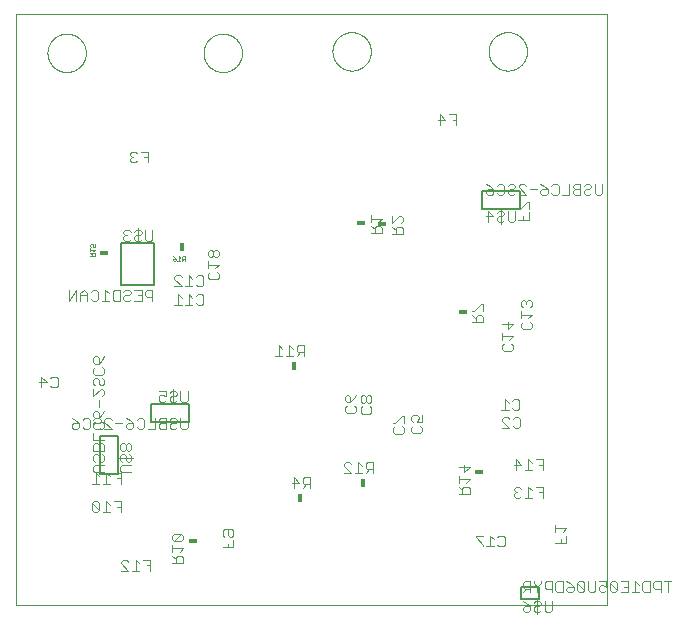
<source format=gbo>
G75*
%MOIN*%
%OFA0B0*%
%FSLAX25Y25*%
%IPPOS*%
%LPD*%
%AMOC8*
5,1,8,0,0,1.08239X$1,22.5*
%
%ADD10C,0.00000*%
%ADD11C,0.00300*%
%ADD12R,0.03000X0.01500*%
%ADD13C,0.00400*%
%ADD14R,0.01500X0.03000*%
%ADD15C,0.00500*%
%ADD16C,0.00100*%
D10*
X0125000Y0011800D02*
X0125000Y0208650D01*
X0321850Y0208650D01*
X0321850Y0011800D01*
X0125000Y0011800D01*
X0135352Y0195800D02*
X0135354Y0195960D01*
X0135360Y0196119D01*
X0135370Y0196278D01*
X0135384Y0196437D01*
X0135402Y0196596D01*
X0135423Y0196754D01*
X0135449Y0196911D01*
X0135479Y0197068D01*
X0135512Y0197224D01*
X0135550Y0197379D01*
X0135591Y0197533D01*
X0135636Y0197686D01*
X0135685Y0197838D01*
X0135738Y0197988D01*
X0135794Y0198137D01*
X0135854Y0198285D01*
X0135918Y0198431D01*
X0135986Y0198576D01*
X0136057Y0198719D01*
X0136131Y0198860D01*
X0136209Y0198999D01*
X0136291Y0199136D01*
X0136376Y0199271D01*
X0136464Y0199404D01*
X0136555Y0199535D01*
X0136650Y0199663D01*
X0136748Y0199789D01*
X0136849Y0199913D01*
X0136953Y0200033D01*
X0137060Y0200152D01*
X0137170Y0200267D01*
X0137283Y0200380D01*
X0137398Y0200490D01*
X0137517Y0200597D01*
X0137637Y0200701D01*
X0137761Y0200802D01*
X0137887Y0200900D01*
X0138015Y0200995D01*
X0138146Y0201086D01*
X0138279Y0201174D01*
X0138414Y0201259D01*
X0138551Y0201341D01*
X0138690Y0201419D01*
X0138831Y0201493D01*
X0138974Y0201564D01*
X0139119Y0201632D01*
X0139265Y0201696D01*
X0139413Y0201756D01*
X0139562Y0201812D01*
X0139712Y0201865D01*
X0139864Y0201914D01*
X0140017Y0201959D01*
X0140171Y0202000D01*
X0140326Y0202038D01*
X0140482Y0202071D01*
X0140639Y0202101D01*
X0140796Y0202127D01*
X0140954Y0202148D01*
X0141113Y0202166D01*
X0141272Y0202180D01*
X0141431Y0202190D01*
X0141590Y0202196D01*
X0141750Y0202198D01*
X0141910Y0202196D01*
X0142069Y0202190D01*
X0142228Y0202180D01*
X0142387Y0202166D01*
X0142546Y0202148D01*
X0142704Y0202127D01*
X0142861Y0202101D01*
X0143018Y0202071D01*
X0143174Y0202038D01*
X0143329Y0202000D01*
X0143483Y0201959D01*
X0143636Y0201914D01*
X0143788Y0201865D01*
X0143938Y0201812D01*
X0144087Y0201756D01*
X0144235Y0201696D01*
X0144381Y0201632D01*
X0144526Y0201564D01*
X0144669Y0201493D01*
X0144810Y0201419D01*
X0144949Y0201341D01*
X0145086Y0201259D01*
X0145221Y0201174D01*
X0145354Y0201086D01*
X0145485Y0200995D01*
X0145613Y0200900D01*
X0145739Y0200802D01*
X0145863Y0200701D01*
X0145983Y0200597D01*
X0146102Y0200490D01*
X0146217Y0200380D01*
X0146330Y0200267D01*
X0146440Y0200152D01*
X0146547Y0200033D01*
X0146651Y0199913D01*
X0146752Y0199789D01*
X0146850Y0199663D01*
X0146945Y0199535D01*
X0147036Y0199404D01*
X0147124Y0199271D01*
X0147209Y0199136D01*
X0147291Y0198999D01*
X0147369Y0198860D01*
X0147443Y0198719D01*
X0147514Y0198576D01*
X0147582Y0198431D01*
X0147646Y0198285D01*
X0147706Y0198137D01*
X0147762Y0197988D01*
X0147815Y0197838D01*
X0147864Y0197686D01*
X0147909Y0197533D01*
X0147950Y0197379D01*
X0147988Y0197224D01*
X0148021Y0197068D01*
X0148051Y0196911D01*
X0148077Y0196754D01*
X0148098Y0196596D01*
X0148116Y0196437D01*
X0148130Y0196278D01*
X0148140Y0196119D01*
X0148146Y0195960D01*
X0148148Y0195800D01*
X0148146Y0195640D01*
X0148140Y0195481D01*
X0148130Y0195322D01*
X0148116Y0195163D01*
X0148098Y0195004D01*
X0148077Y0194846D01*
X0148051Y0194689D01*
X0148021Y0194532D01*
X0147988Y0194376D01*
X0147950Y0194221D01*
X0147909Y0194067D01*
X0147864Y0193914D01*
X0147815Y0193762D01*
X0147762Y0193612D01*
X0147706Y0193463D01*
X0147646Y0193315D01*
X0147582Y0193169D01*
X0147514Y0193024D01*
X0147443Y0192881D01*
X0147369Y0192740D01*
X0147291Y0192601D01*
X0147209Y0192464D01*
X0147124Y0192329D01*
X0147036Y0192196D01*
X0146945Y0192065D01*
X0146850Y0191937D01*
X0146752Y0191811D01*
X0146651Y0191687D01*
X0146547Y0191567D01*
X0146440Y0191448D01*
X0146330Y0191333D01*
X0146217Y0191220D01*
X0146102Y0191110D01*
X0145983Y0191003D01*
X0145863Y0190899D01*
X0145739Y0190798D01*
X0145613Y0190700D01*
X0145485Y0190605D01*
X0145354Y0190514D01*
X0145221Y0190426D01*
X0145086Y0190341D01*
X0144949Y0190259D01*
X0144810Y0190181D01*
X0144669Y0190107D01*
X0144526Y0190036D01*
X0144381Y0189968D01*
X0144235Y0189904D01*
X0144087Y0189844D01*
X0143938Y0189788D01*
X0143788Y0189735D01*
X0143636Y0189686D01*
X0143483Y0189641D01*
X0143329Y0189600D01*
X0143174Y0189562D01*
X0143018Y0189529D01*
X0142861Y0189499D01*
X0142704Y0189473D01*
X0142546Y0189452D01*
X0142387Y0189434D01*
X0142228Y0189420D01*
X0142069Y0189410D01*
X0141910Y0189404D01*
X0141750Y0189402D01*
X0141590Y0189404D01*
X0141431Y0189410D01*
X0141272Y0189420D01*
X0141113Y0189434D01*
X0140954Y0189452D01*
X0140796Y0189473D01*
X0140639Y0189499D01*
X0140482Y0189529D01*
X0140326Y0189562D01*
X0140171Y0189600D01*
X0140017Y0189641D01*
X0139864Y0189686D01*
X0139712Y0189735D01*
X0139562Y0189788D01*
X0139413Y0189844D01*
X0139265Y0189904D01*
X0139119Y0189968D01*
X0138974Y0190036D01*
X0138831Y0190107D01*
X0138690Y0190181D01*
X0138551Y0190259D01*
X0138414Y0190341D01*
X0138279Y0190426D01*
X0138146Y0190514D01*
X0138015Y0190605D01*
X0137887Y0190700D01*
X0137761Y0190798D01*
X0137637Y0190899D01*
X0137517Y0191003D01*
X0137398Y0191110D01*
X0137283Y0191220D01*
X0137170Y0191333D01*
X0137060Y0191448D01*
X0136953Y0191567D01*
X0136849Y0191687D01*
X0136748Y0191811D01*
X0136650Y0191937D01*
X0136555Y0192065D01*
X0136464Y0192196D01*
X0136376Y0192329D01*
X0136291Y0192464D01*
X0136209Y0192601D01*
X0136131Y0192740D01*
X0136057Y0192881D01*
X0135986Y0193024D01*
X0135918Y0193169D01*
X0135854Y0193315D01*
X0135794Y0193463D01*
X0135738Y0193612D01*
X0135685Y0193762D01*
X0135636Y0193914D01*
X0135591Y0194067D01*
X0135550Y0194221D01*
X0135512Y0194376D01*
X0135479Y0194532D01*
X0135449Y0194689D01*
X0135423Y0194846D01*
X0135402Y0195004D01*
X0135384Y0195163D01*
X0135370Y0195322D01*
X0135360Y0195481D01*
X0135354Y0195640D01*
X0135352Y0195800D01*
X0187399Y0195800D02*
X0187401Y0195960D01*
X0187407Y0196119D01*
X0187417Y0196278D01*
X0187431Y0196437D01*
X0187449Y0196596D01*
X0187470Y0196754D01*
X0187496Y0196911D01*
X0187526Y0197068D01*
X0187559Y0197224D01*
X0187597Y0197379D01*
X0187638Y0197533D01*
X0187683Y0197686D01*
X0187732Y0197838D01*
X0187785Y0197988D01*
X0187841Y0198137D01*
X0187901Y0198285D01*
X0187965Y0198431D01*
X0188033Y0198576D01*
X0188104Y0198719D01*
X0188178Y0198860D01*
X0188256Y0198999D01*
X0188338Y0199136D01*
X0188423Y0199271D01*
X0188511Y0199404D01*
X0188602Y0199535D01*
X0188697Y0199663D01*
X0188795Y0199789D01*
X0188896Y0199913D01*
X0189000Y0200033D01*
X0189107Y0200152D01*
X0189217Y0200267D01*
X0189330Y0200380D01*
X0189445Y0200490D01*
X0189564Y0200597D01*
X0189684Y0200701D01*
X0189808Y0200802D01*
X0189934Y0200900D01*
X0190062Y0200995D01*
X0190193Y0201086D01*
X0190326Y0201174D01*
X0190461Y0201259D01*
X0190598Y0201341D01*
X0190737Y0201419D01*
X0190878Y0201493D01*
X0191021Y0201564D01*
X0191166Y0201632D01*
X0191312Y0201696D01*
X0191460Y0201756D01*
X0191609Y0201812D01*
X0191759Y0201865D01*
X0191911Y0201914D01*
X0192064Y0201959D01*
X0192218Y0202000D01*
X0192373Y0202038D01*
X0192529Y0202071D01*
X0192686Y0202101D01*
X0192843Y0202127D01*
X0193001Y0202148D01*
X0193160Y0202166D01*
X0193319Y0202180D01*
X0193478Y0202190D01*
X0193637Y0202196D01*
X0193797Y0202198D01*
X0193957Y0202196D01*
X0194116Y0202190D01*
X0194275Y0202180D01*
X0194434Y0202166D01*
X0194593Y0202148D01*
X0194751Y0202127D01*
X0194908Y0202101D01*
X0195065Y0202071D01*
X0195221Y0202038D01*
X0195376Y0202000D01*
X0195530Y0201959D01*
X0195683Y0201914D01*
X0195835Y0201865D01*
X0195985Y0201812D01*
X0196134Y0201756D01*
X0196282Y0201696D01*
X0196428Y0201632D01*
X0196573Y0201564D01*
X0196716Y0201493D01*
X0196857Y0201419D01*
X0196996Y0201341D01*
X0197133Y0201259D01*
X0197268Y0201174D01*
X0197401Y0201086D01*
X0197532Y0200995D01*
X0197660Y0200900D01*
X0197786Y0200802D01*
X0197910Y0200701D01*
X0198030Y0200597D01*
X0198149Y0200490D01*
X0198264Y0200380D01*
X0198377Y0200267D01*
X0198487Y0200152D01*
X0198594Y0200033D01*
X0198698Y0199913D01*
X0198799Y0199789D01*
X0198897Y0199663D01*
X0198992Y0199535D01*
X0199083Y0199404D01*
X0199171Y0199271D01*
X0199256Y0199136D01*
X0199338Y0198999D01*
X0199416Y0198860D01*
X0199490Y0198719D01*
X0199561Y0198576D01*
X0199629Y0198431D01*
X0199693Y0198285D01*
X0199753Y0198137D01*
X0199809Y0197988D01*
X0199862Y0197838D01*
X0199911Y0197686D01*
X0199956Y0197533D01*
X0199997Y0197379D01*
X0200035Y0197224D01*
X0200068Y0197068D01*
X0200098Y0196911D01*
X0200124Y0196754D01*
X0200145Y0196596D01*
X0200163Y0196437D01*
X0200177Y0196278D01*
X0200187Y0196119D01*
X0200193Y0195960D01*
X0200195Y0195800D01*
X0200193Y0195640D01*
X0200187Y0195481D01*
X0200177Y0195322D01*
X0200163Y0195163D01*
X0200145Y0195004D01*
X0200124Y0194846D01*
X0200098Y0194689D01*
X0200068Y0194532D01*
X0200035Y0194376D01*
X0199997Y0194221D01*
X0199956Y0194067D01*
X0199911Y0193914D01*
X0199862Y0193762D01*
X0199809Y0193612D01*
X0199753Y0193463D01*
X0199693Y0193315D01*
X0199629Y0193169D01*
X0199561Y0193024D01*
X0199490Y0192881D01*
X0199416Y0192740D01*
X0199338Y0192601D01*
X0199256Y0192464D01*
X0199171Y0192329D01*
X0199083Y0192196D01*
X0198992Y0192065D01*
X0198897Y0191937D01*
X0198799Y0191811D01*
X0198698Y0191687D01*
X0198594Y0191567D01*
X0198487Y0191448D01*
X0198377Y0191333D01*
X0198264Y0191220D01*
X0198149Y0191110D01*
X0198030Y0191003D01*
X0197910Y0190899D01*
X0197786Y0190798D01*
X0197660Y0190700D01*
X0197532Y0190605D01*
X0197401Y0190514D01*
X0197268Y0190426D01*
X0197133Y0190341D01*
X0196996Y0190259D01*
X0196857Y0190181D01*
X0196716Y0190107D01*
X0196573Y0190036D01*
X0196428Y0189968D01*
X0196282Y0189904D01*
X0196134Y0189844D01*
X0195985Y0189788D01*
X0195835Y0189735D01*
X0195683Y0189686D01*
X0195530Y0189641D01*
X0195376Y0189600D01*
X0195221Y0189562D01*
X0195065Y0189529D01*
X0194908Y0189499D01*
X0194751Y0189473D01*
X0194593Y0189452D01*
X0194434Y0189434D01*
X0194275Y0189420D01*
X0194116Y0189410D01*
X0193957Y0189404D01*
X0193797Y0189402D01*
X0193637Y0189404D01*
X0193478Y0189410D01*
X0193319Y0189420D01*
X0193160Y0189434D01*
X0193001Y0189452D01*
X0192843Y0189473D01*
X0192686Y0189499D01*
X0192529Y0189529D01*
X0192373Y0189562D01*
X0192218Y0189600D01*
X0192064Y0189641D01*
X0191911Y0189686D01*
X0191759Y0189735D01*
X0191609Y0189788D01*
X0191460Y0189844D01*
X0191312Y0189904D01*
X0191166Y0189968D01*
X0191021Y0190036D01*
X0190878Y0190107D01*
X0190737Y0190181D01*
X0190598Y0190259D01*
X0190461Y0190341D01*
X0190326Y0190426D01*
X0190193Y0190514D01*
X0190062Y0190605D01*
X0189934Y0190700D01*
X0189808Y0190798D01*
X0189684Y0190899D01*
X0189564Y0191003D01*
X0189445Y0191110D01*
X0189330Y0191220D01*
X0189217Y0191333D01*
X0189107Y0191448D01*
X0189000Y0191567D01*
X0188896Y0191687D01*
X0188795Y0191811D01*
X0188697Y0191937D01*
X0188602Y0192065D01*
X0188511Y0192196D01*
X0188423Y0192329D01*
X0188338Y0192464D01*
X0188256Y0192601D01*
X0188178Y0192740D01*
X0188104Y0192881D01*
X0188033Y0193024D01*
X0187965Y0193169D01*
X0187901Y0193315D01*
X0187841Y0193463D01*
X0187785Y0193612D01*
X0187732Y0193762D01*
X0187683Y0193914D01*
X0187638Y0194067D01*
X0187597Y0194221D01*
X0187559Y0194376D01*
X0187526Y0194532D01*
X0187496Y0194689D01*
X0187470Y0194846D01*
X0187449Y0195004D01*
X0187431Y0195163D01*
X0187417Y0195322D01*
X0187407Y0195481D01*
X0187401Y0195640D01*
X0187399Y0195800D01*
X0230352Y0196300D02*
X0230354Y0196460D01*
X0230360Y0196619D01*
X0230370Y0196778D01*
X0230384Y0196937D01*
X0230402Y0197096D01*
X0230423Y0197254D01*
X0230449Y0197411D01*
X0230479Y0197568D01*
X0230512Y0197724D01*
X0230550Y0197879D01*
X0230591Y0198033D01*
X0230636Y0198186D01*
X0230685Y0198338D01*
X0230738Y0198488D01*
X0230794Y0198637D01*
X0230854Y0198785D01*
X0230918Y0198931D01*
X0230986Y0199076D01*
X0231057Y0199219D01*
X0231131Y0199360D01*
X0231209Y0199499D01*
X0231291Y0199636D01*
X0231376Y0199771D01*
X0231464Y0199904D01*
X0231555Y0200035D01*
X0231650Y0200163D01*
X0231748Y0200289D01*
X0231849Y0200413D01*
X0231953Y0200533D01*
X0232060Y0200652D01*
X0232170Y0200767D01*
X0232283Y0200880D01*
X0232398Y0200990D01*
X0232517Y0201097D01*
X0232637Y0201201D01*
X0232761Y0201302D01*
X0232887Y0201400D01*
X0233015Y0201495D01*
X0233146Y0201586D01*
X0233279Y0201674D01*
X0233414Y0201759D01*
X0233551Y0201841D01*
X0233690Y0201919D01*
X0233831Y0201993D01*
X0233974Y0202064D01*
X0234119Y0202132D01*
X0234265Y0202196D01*
X0234413Y0202256D01*
X0234562Y0202312D01*
X0234712Y0202365D01*
X0234864Y0202414D01*
X0235017Y0202459D01*
X0235171Y0202500D01*
X0235326Y0202538D01*
X0235482Y0202571D01*
X0235639Y0202601D01*
X0235796Y0202627D01*
X0235954Y0202648D01*
X0236113Y0202666D01*
X0236272Y0202680D01*
X0236431Y0202690D01*
X0236590Y0202696D01*
X0236750Y0202698D01*
X0236910Y0202696D01*
X0237069Y0202690D01*
X0237228Y0202680D01*
X0237387Y0202666D01*
X0237546Y0202648D01*
X0237704Y0202627D01*
X0237861Y0202601D01*
X0238018Y0202571D01*
X0238174Y0202538D01*
X0238329Y0202500D01*
X0238483Y0202459D01*
X0238636Y0202414D01*
X0238788Y0202365D01*
X0238938Y0202312D01*
X0239087Y0202256D01*
X0239235Y0202196D01*
X0239381Y0202132D01*
X0239526Y0202064D01*
X0239669Y0201993D01*
X0239810Y0201919D01*
X0239949Y0201841D01*
X0240086Y0201759D01*
X0240221Y0201674D01*
X0240354Y0201586D01*
X0240485Y0201495D01*
X0240613Y0201400D01*
X0240739Y0201302D01*
X0240863Y0201201D01*
X0240983Y0201097D01*
X0241102Y0200990D01*
X0241217Y0200880D01*
X0241330Y0200767D01*
X0241440Y0200652D01*
X0241547Y0200533D01*
X0241651Y0200413D01*
X0241752Y0200289D01*
X0241850Y0200163D01*
X0241945Y0200035D01*
X0242036Y0199904D01*
X0242124Y0199771D01*
X0242209Y0199636D01*
X0242291Y0199499D01*
X0242369Y0199360D01*
X0242443Y0199219D01*
X0242514Y0199076D01*
X0242582Y0198931D01*
X0242646Y0198785D01*
X0242706Y0198637D01*
X0242762Y0198488D01*
X0242815Y0198338D01*
X0242864Y0198186D01*
X0242909Y0198033D01*
X0242950Y0197879D01*
X0242988Y0197724D01*
X0243021Y0197568D01*
X0243051Y0197411D01*
X0243077Y0197254D01*
X0243098Y0197096D01*
X0243116Y0196937D01*
X0243130Y0196778D01*
X0243140Y0196619D01*
X0243146Y0196460D01*
X0243148Y0196300D01*
X0243146Y0196140D01*
X0243140Y0195981D01*
X0243130Y0195822D01*
X0243116Y0195663D01*
X0243098Y0195504D01*
X0243077Y0195346D01*
X0243051Y0195189D01*
X0243021Y0195032D01*
X0242988Y0194876D01*
X0242950Y0194721D01*
X0242909Y0194567D01*
X0242864Y0194414D01*
X0242815Y0194262D01*
X0242762Y0194112D01*
X0242706Y0193963D01*
X0242646Y0193815D01*
X0242582Y0193669D01*
X0242514Y0193524D01*
X0242443Y0193381D01*
X0242369Y0193240D01*
X0242291Y0193101D01*
X0242209Y0192964D01*
X0242124Y0192829D01*
X0242036Y0192696D01*
X0241945Y0192565D01*
X0241850Y0192437D01*
X0241752Y0192311D01*
X0241651Y0192187D01*
X0241547Y0192067D01*
X0241440Y0191948D01*
X0241330Y0191833D01*
X0241217Y0191720D01*
X0241102Y0191610D01*
X0240983Y0191503D01*
X0240863Y0191399D01*
X0240739Y0191298D01*
X0240613Y0191200D01*
X0240485Y0191105D01*
X0240354Y0191014D01*
X0240221Y0190926D01*
X0240086Y0190841D01*
X0239949Y0190759D01*
X0239810Y0190681D01*
X0239669Y0190607D01*
X0239526Y0190536D01*
X0239381Y0190468D01*
X0239235Y0190404D01*
X0239087Y0190344D01*
X0238938Y0190288D01*
X0238788Y0190235D01*
X0238636Y0190186D01*
X0238483Y0190141D01*
X0238329Y0190100D01*
X0238174Y0190062D01*
X0238018Y0190029D01*
X0237861Y0189999D01*
X0237704Y0189973D01*
X0237546Y0189952D01*
X0237387Y0189934D01*
X0237228Y0189920D01*
X0237069Y0189910D01*
X0236910Y0189904D01*
X0236750Y0189902D01*
X0236590Y0189904D01*
X0236431Y0189910D01*
X0236272Y0189920D01*
X0236113Y0189934D01*
X0235954Y0189952D01*
X0235796Y0189973D01*
X0235639Y0189999D01*
X0235482Y0190029D01*
X0235326Y0190062D01*
X0235171Y0190100D01*
X0235017Y0190141D01*
X0234864Y0190186D01*
X0234712Y0190235D01*
X0234562Y0190288D01*
X0234413Y0190344D01*
X0234265Y0190404D01*
X0234119Y0190468D01*
X0233974Y0190536D01*
X0233831Y0190607D01*
X0233690Y0190681D01*
X0233551Y0190759D01*
X0233414Y0190841D01*
X0233279Y0190926D01*
X0233146Y0191014D01*
X0233015Y0191105D01*
X0232887Y0191200D01*
X0232761Y0191298D01*
X0232637Y0191399D01*
X0232517Y0191503D01*
X0232398Y0191610D01*
X0232283Y0191720D01*
X0232170Y0191833D01*
X0232060Y0191948D01*
X0231953Y0192067D01*
X0231849Y0192187D01*
X0231748Y0192311D01*
X0231650Y0192437D01*
X0231555Y0192565D01*
X0231464Y0192696D01*
X0231376Y0192829D01*
X0231291Y0192964D01*
X0231209Y0193101D01*
X0231131Y0193240D01*
X0231057Y0193381D01*
X0230986Y0193524D01*
X0230918Y0193669D01*
X0230854Y0193815D01*
X0230794Y0193963D01*
X0230738Y0194112D01*
X0230685Y0194262D01*
X0230636Y0194414D01*
X0230591Y0194567D01*
X0230550Y0194721D01*
X0230512Y0194876D01*
X0230479Y0195032D01*
X0230449Y0195189D01*
X0230423Y0195346D01*
X0230402Y0195504D01*
X0230384Y0195663D01*
X0230370Y0195822D01*
X0230360Y0195981D01*
X0230354Y0196140D01*
X0230352Y0196300D01*
X0282399Y0196300D02*
X0282401Y0196460D01*
X0282407Y0196619D01*
X0282417Y0196778D01*
X0282431Y0196937D01*
X0282449Y0197096D01*
X0282470Y0197254D01*
X0282496Y0197411D01*
X0282526Y0197568D01*
X0282559Y0197724D01*
X0282597Y0197879D01*
X0282638Y0198033D01*
X0282683Y0198186D01*
X0282732Y0198338D01*
X0282785Y0198488D01*
X0282841Y0198637D01*
X0282901Y0198785D01*
X0282965Y0198931D01*
X0283033Y0199076D01*
X0283104Y0199219D01*
X0283178Y0199360D01*
X0283256Y0199499D01*
X0283338Y0199636D01*
X0283423Y0199771D01*
X0283511Y0199904D01*
X0283602Y0200035D01*
X0283697Y0200163D01*
X0283795Y0200289D01*
X0283896Y0200413D01*
X0284000Y0200533D01*
X0284107Y0200652D01*
X0284217Y0200767D01*
X0284330Y0200880D01*
X0284445Y0200990D01*
X0284564Y0201097D01*
X0284684Y0201201D01*
X0284808Y0201302D01*
X0284934Y0201400D01*
X0285062Y0201495D01*
X0285193Y0201586D01*
X0285326Y0201674D01*
X0285461Y0201759D01*
X0285598Y0201841D01*
X0285737Y0201919D01*
X0285878Y0201993D01*
X0286021Y0202064D01*
X0286166Y0202132D01*
X0286312Y0202196D01*
X0286460Y0202256D01*
X0286609Y0202312D01*
X0286759Y0202365D01*
X0286911Y0202414D01*
X0287064Y0202459D01*
X0287218Y0202500D01*
X0287373Y0202538D01*
X0287529Y0202571D01*
X0287686Y0202601D01*
X0287843Y0202627D01*
X0288001Y0202648D01*
X0288160Y0202666D01*
X0288319Y0202680D01*
X0288478Y0202690D01*
X0288637Y0202696D01*
X0288797Y0202698D01*
X0288957Y0202696D01*
X0289116Y0202690D01*
X0289275Y0202680D01*
X0289434Y0202666D01*
X0289593Y0202648D01*
X0289751Y0202627D01*
X0289908Y0202601D01*
X0290065Y0202571D01*
X0290221Y0202538D01*
X0290376Y0202500D01*
X0290530Y0202459D01*
X0290683Y0202414D01*
X0290835Y0202365D01*
X0290985Y0202312D01*
X0291134Y0202256D01*
X0291282Y0202196D01*
X0291428Y0202132D01*
X0291573Y0202064D01*
X0291716Y0201993D01*
X0291857Y0201919D01*
X0291996Y0201841D01*
X0292133Y0201759D01*
X0292268Y0201674D01*
X0292401Y0201586D01*
X0292532Y0201495D01*
X0292660Y0201400D01*
X0292786Y0201302D01*
X0292910Y0201201D01*
X0293030Y0201097D01*
X0293149Y0200990D01*
X0293264Y0200880D01*
X0293377Y0200767D01*
X0293487Y0200652D01*
X0293594Y0200533D01*
X0293698Y0200413D01*
X0293799Y0200289D01*
X0293897Y0200163D01*
X0293992Y0200035D01*
X0294083Y0199904D01*
X0294171Y0199771D01*
X0294256Y0199636D01*
X0294338Y0199499D01*
X0294416Y0199360D01*
X0294490Y0199219D01*
X0294561Y0199076D01*
X0294629Y0198931D01*
X0294693Y0198785D01*
X0294753Y0198637D01*
X0294809Y0198488D01*
X0294862Y0198338D01*
X0294911Y0198186D01*
X0294956Y0198033D01*
X0294997Y0197879D01*
X0295035Y0197724D01*
X0295068Y0197568D01*
X0295098Y0197411D01*
X0295124Y0197254D01*
X0295145Y0197096D01*
X0295163Y0196937D01*
X0295177Y0196778D01*
X0295187Y0196619D01*
X0295193Y0196460D01*
X0295195Y0196300D01*
X0295193Y0196140D01*
X0295187Y0195981D01*
X0295177Y0195822D01*
X0295163Y0195663D01*
X0295145Y0195504D01*
X0295124Y0195346D01*
X0295098Y0195189D01*
X0295068Y0195032D01*
X0295035Y0194876D01*
X0294997Y0194721D01*
X0294956Y0194567D01*
X0294911Y0194414D01*
X0294862Y0194262D01*
X0294809Y0194112D01*
X0294753Y0193963D01*
X0294693Y0193815D01*
X0294629Y0193669D01*
X0294561Y0193524D01*
X0294490Y0193381D01*
X0294416Y0193240D01*
X0294338Y0193101D01*
X0294256Y0192964D01*
X0294171Y0192829D01*
X0294083Y0192696D01*
X0293992Y0192565D01*
X0293897Y0192437D01*
X0293799Y0192311D01*
X0293698Y0192187D01*
X0293594Y0192067D01*
X0293487Y0191948D01*
X0293377Y0191833D01*
X0293264Y0191720D01*
X0293149Y0191610D01*
X0293030Y0191503D01*
X0292910Y0191399D01*
X0292786Y0191298D01*
X0292660Y0191200D01*
X0292532Y0191105D01*
X0292401Y0191014D01*
X0292268Y0190926D01*
X0292133Y0190841D01*
X0291996Y0190759D01*
X0291857Y0190681D01*
X0291716Y0190607D01*
X0291573Y0190536D01*
X0291428Y0190468D01*
X0291282Y0190404D01*
X0291134Y0190344D01*
X0290985Y0190288D01*
X0290835Y0190235D01*
X0290683Y0190186D01*
X0290530Y0190141D01*
X0290376Y0190100D01*
X0290221Y0190062D01*
X0290065Y0190029D01*
X0289908Y0189999D01*
X0289751Y0189973D01*
X0289593Y0189952D01*
X0289434Y0189934D01*
X0289275Y0189920D01*
X0289116Y0189910D01*
X0288957Y0189904D01*
X0288797Y0189902D01*
X0288637Y0189904D01*
X0288478Y0189910D01*
X0288319Y0189920D01*
X0288160Y0189934D01*
X0288001Y0189952D01*
X0287843Y0189973D01*
X0287686Y0189999D01*
X0287529Y0190029D01*
X0287373Y0190062D01*
X0287218Y0190100D01*
X0287064Y0190141D01*
X0286911Y0190186D01*
X0286759Y0190235D01*
X0286609Y0190288D01*
X0286460Y0190344D01*
X0286312Y0190404D01*
X0286166Y0190468D01*
X0286021Y0190536D01*
X0285878Y0190607D01*
X0285737Y0190681D01*
X0285598Y0190759D01*
X0285461Y0190841D01*
X0285326Y0190926D01*
X0285193Y0191014D01*
X0285062Y0191105D01*
X0284934Y0191200D01*
X0284808Y0191298D01*
X0284684Y0191399D01*
X0284564Y0191503D01*
X0284445Y0191610D01*
X0284330Y0191720D01*
X0284217Y0191833D01*
X0284107Y0191948D01*
X0284000Y0192067D01*
X0283896Y0192187D01*
X0283795Y0192311D01*
X0283697Y0192437D01*
X0283602Y0192565D01*
X0283511Y0192696D01*
X0283423Y0192829D01*
X0283338Y0192964D01*
X0283256Y0193101D01*
X0283178Y0193240D01*
X0283104Y0193381D01*
X0283033Y0193524D01*
X0282965Y0193669D01*
X0282901Y0193815D01*
X0282841Y0193963D01*
X0282785Y0194112D01*
X0282732Y0194262D01*
X0282683Y0194414D01*
X0282638Y0194567D01*
X0282597Y0194721D01*
X0282559Y0194876D01*
X0282526Y0195032D01*
X0282496Y0195189D01*
X0282470Y0195346D01*
X0282449Y0195504D01*
X0282431Y0195663D01*
X0282417Y0195822D01*
X0282407Y0195981D01*
X0282401Y0196140D01*
X0282399Y0196300D01*
D11*
X0271600Y0175340D02*
X0269173Y0175340D01*
X0267975Y0173520D02*
X0265548Y0173520D01*
X0266155Y0171700D02*
X0266155Y0175340D01*
X0267975Y0173520D01*
X0270387Y0173520D02*
X0271600Y0173520D01*
X0271600Y0171700D02*
X0271600Y0175340D01*
X0281549Y0152153D02*
X0282762Y0151546D01*
X0283975Y0150333D01*
X0282155Y0150333D01*
X0281549Y0149726D01*
X0281549Y0149120D01*
X0282155Y0148513D01*
X0283369Y0148513D01*
X0283975Y0149120D01*
X0283975Y0150333D01*
X0285174Y0149120D02*
X0285780Y0148513D01*
X0286994Y0148513D01*
X0287600Y0149120D01*
X0287600Y0151546D01*
X0286994Y0152153D01*
X0285780Y0152153D01*
X0285174Y0151546D01*
X0288799Y0151546D02*
X0289405Y0152153D01*
X0290619Y0152153D01*
X0291226Y0151546D01*
X0291226Y0150940D01*
X0290619Y0150333D01*
X0289405Y0150333D01*
X0288799Y0149726D01*
X0288799Y0149120D01*
X0289405Y0148513D01*
X0290619Y0148513D01*
X0291226Y0149120D01*
X0292424Y0148513D02*
X0294851Y0148513D01*
X0292424Y0150940D01*
X0292424Y0151546D01*
X0293031Y0152153D01*
X0294244Y0152153D01*
X0294851Y0151546D01*
X0296049Y0150333D02*
X0298476Y0150333D01*
X0299674Y0149726D02*
X0300281Y0150333D01*
X0302101Y0150333D01*
X0302101Y0149120D01*
X0301494Y0148513D01*
X0300281Y0148513D01*
X0299674Y0149120D01*
X0299674Y0149726D01*
X0300888Y0151546D02*
X0302101Y0150333D01*
X0303299Y0149120D02*
X0303906Y0148513D01*
X0305119Y0148513D01*
X0305726Y0149120D01*
X0305726Y0151546D01*
X0305119Y0152153D01*
X0303906Y0152153D01*
X0303299Y0151546D01*
X0300888Y0151546D02*
X0299674Y0152153D01*
X0306924Y0148513D02*
X0309351Y0148513D01*
X0309351Y0152153D01*
X0310550Y0151546D02*
X0310550Y0150940D01*
X0311156Y0150333D01*
X0312976Y0150333D01*
X0314175Y0149726D02*
X0314175Y0149120D01*
X0314781Y0148513D01*
X0315995Y0148513D01*
X0316601Y0149120D01*
X0317800Y0149120D02*
X0317800Y0152153D01*
X0316601Y0151546D02*
X0316601Y0150940D01*
X0315995Y0150333D01*
X0314781Y0150333D01*
X0314175Y0149726D01*
X0312976Y0148513D02*
X0311156Y0148513D01*
X0310550Y0149120D01*
X0310550Y0149726D01*
X0311156Y0150333D01*
X0310550Y0151546D02*
X0311156Y0152153D01*
X0312976Y0152153D01*
X0312976Y0148513D01*
X0317800Y0149120D02*
X0318407Y0148513D01*
X0319620Y0148513D01*
X0320227Y0149120D01*
X0320227Y0152153D01*
X0316601Y0151546D02*
X0315995Y0152153D01*
X0314781Y0152153D01*
X0314175Y0151546D01*
X0295853Y0146252D02*
X0295853Y0143825D01*
X0295853Y0142626D02*
X0295853Y0140200D01*
X0292213Y0140200D01*
X0291225Y0140120D02*
X0290619Y0139513D01*
X0289405Y0139513D01*
X0288799Y0140120D01*
X0288799Y0143153D01*
X0287600Y0142546D02*
X0287600Y0141940D01*
X0286994Y0141333D01*
X0285780Y0141333D01*
X0285174Y0140726D01*
X0285174Y0140120D01*
X0285780Y0139513D01*
X0286994Y0139513D01*
X0287600Y0140120D01*
X0286387Y0138906D02*
X0286387Y0143760D01*
X0286994Y0143153D02*
X0285780Y0143153D01*
X0285174Y0142546D01*
X0283975Y0141333D02*
X0281548Y0141333D01*
X0282155Y0139513D02*
X0282155Y0143153D01*
X0283975Y0141333D01*
X0286994Y0143153D02*
X0287600Y0142546D01*
X0291225Y0143153D02*
X0291225Y0140120D01*
X0294033Y0140200D02*
X0294033Y0141413D01*
X0292820Y0143825D02*
X0292213Y0143825D01*
X0292820Y0143825D02*
X0295246Y0146252D01*
X0295853Y0146252D01*
X0295581Y0113401D02*
X0294974Y0112795D01*
X0294367Y0113401D01*
X0293761Y0113401D01*
X0293154Y0112795D01*
X0293154Y0111581D01*
X0293761Y0110974D01*
X0293154Y0109776D02*
X0293154Y0107349D01*
X0293154Y0108563D02*
X0296794Y0108563D01*
X0295581Y0107349D01*
X0296187Y0106151D02*
X0296794Y0105544D01*
X0296794Y0104331D01*
X0296187Y0103724D01*
X0293761Y0103724D01*
X0293154Y0104331D01*
X0293154Y0105544D01*
X0293761Y0106151D01*
X0290544Y0105545D02*
X0288724Y0103724D01*
X0288724Y0106151D01*
X0286904Y0105545D02*
X0290544Y0105545D01*
X0290544Y0101313D02*
X0286904Y0101313D01*
X0286904Y0102526D02*
X0286904Y0100099D01*
X0287511Y0098901D02*
X0286904Y0098294D01*
X0286904Y0097081D01*
X0287511Y0096474D01*
X0289937Y0096474D01*
X0290544Y0097081D01*
X0290544Y0098294D01*
X0289937Y0098901D01*
X0289331Y0100099D02*
X0290544Y0101313D01*
X0296187Y0110974D02*
X0296794Y0111581D01*
X0296794Y0112795D01*
X0296187Y0113401D01*
X0295581Y0113401D01*
X0294974Y0112795D02*
X0294974Y0112188D01*
X0292094Y0080344D02*
X0290881Y0080344D01*
X0290274Y0079737D01*
X0289076Y0079131D02*
X0287862Y0080344D01*
X0287862Y0076704D01*
X0286649Y0076704D02*
X0289076Y0076704D01*
X0290274Y0077311D02*
X0290881Y0076704D01*
X0292094Y0076704D01*
X0292701Y0077311D01*
X0292701Y0079737D01*
X0292094Y0080344D01*
X0292344Y0074344D02*
X0291131Y0074344D01*
X0290524Y0073737D01*
X0289326Y0073737D02*
X0288719Y0074344D01*
X0287505Y0074344D01*
X0286899Y0073737D01*
X0286899Y0073131D01*
X0289326Y0070704D01*
X0286899Y0070704D01*
X0290524Y0071311D02*
X0291131Y0070704D01*
X0292344Y0070704D01*
X0292951Y0071311D01*
X0292951Y0073737D01*
X0292344Y0074344D01*
X0291405Y0060403D02*
X0293225Y0058583D01*
X0290798Y0058583D01*
X0291405Y0056763D02*
X0291405Y0060403D01*
X0295637Y0060403D02*
X0295637Y0056763D01*
X0296850Y0056763D02*
X0294424Y0056763D01*
X0296850Y0059190D02*
X0295637Y0060403D01*
X0298049Y0060403D02*
X0300475Y0060403D01*
X0300475Y0056763D01*
X0300475Y0058583D02*
X0299262Y0058583D01*
X0300475Y0051153D02*
X0298049Y0051153D01*
X0296850Y0049940D02*
X0295637Y0051153D01*
X0295637Y0047513D01*
X0296850Y0047513D02*
X0294424Y0047513D01*
X0293225Y0048120D02*
X0292618Y0047513D01*
X0291405Y0047513D01*
X0290798Y0048120D01*
X0290798Y0048726D01*
X0291405Y0049333D01*
X0292012Y0049333D01*
X0291405Y0049333D02*
X0290798Y0049940D01*
X0290798Y0050546D01*
X0291405Y0051153D01*
X0292618Y0051153D01*
X0293225Y0050546D01*
X0299262Y0049333D02*
X0300475Y0049333D01*
X0300475Y0047513D02*
X0300475Y0051153D01*
X0304650Y0038502D02*
X0304650Y0036075D01*
X0304650Y0037288D02*
X0308290Y0037288D01*
X0307077Y0036075D01*
X0308290Y0034877D02*
X0308290Y0032450D01*
X0304650Y0032450D01*
X0306470Y0032450D02*
X0306470Y0033663D01*
X0287750Y0034292D02*
X0287750Y0031866D01*
X0287143Y0031259D01*
X0285930Y0031259D01*
X0285323Y0031866D01*
X0284124Y0031259D02*
X0281698Y0031259D01*
X0280499Y0031259D02*
X0280499Y0031866D01*
X0278073Y0034292D01*
X0278073Y0034899D01*
X0280499Y0034899D01*
X0282911Y0034899D02*
X0282911Y0031259D01*
X0284124Y0033686D02*
X0282911Y0034899D01*
X0285323Y0034292D02*
X0285930Y0034899D01*
X0287143Y0034899D01*
X0287750Y0034292D01*
X0294405Y0019653D02*
X0293799Y0019046D01*
X0293799Y0017833D01*
X0294405Y0017226D01*
X0296225Y0017226D01*
X0296225Y0016013D02*
X0296225Y0019653D01*
X0294405Y0019653D01*
X0295012Y0017226D02*
X0293799Y0016013D01*
X0293798Y0013153D02*
X0295012Y0012546D01*
X0296225Y0011333D01*
X0294405Y0011333D01*
X0293798Y0010726D01*
X0293798Y0010120D01*
X0294405Y0009513D01*
X0295618Y0009513D01*
X0296225Y0010120D01*
X0296225Y0011333D01*
X0297424Y0010726D02*
X0298030Y0011333D01*
X0299244Y0011333D01*
X0299850Y0011940D01*
X0299850Y0012546D01*
X0299244Y0013153D01*
X0298030Y0013153D01*
X0297424Y0012546D01*
X0298637Y0013760D02*
X0298637Y0008906D01*
X0299244Y0009513D02*
X0298030Y0009513D01*
X0297424Y0010120D01*
X0297424Y0010726D01*
X0299244Y0009513D02*
X0299850Y0010120D01*
X0301049Y0010120D02*
X0301049Y0013153D01*
X0303475Y0013153D02*
X0303475Y0010120D01*
X0302869Y0009513D01*
X0301655Y0009513D01*
X0301049Y0010120D01*
X0298637Y0016013D02*
X0298637Y0017833D01*
X0297424Y0019046D01*
X0297424Y0019653D01*
X0298637Y0017833D02*
X0299850Y0019046D01*
X0299850Y0019653D01*
X0301049Y0019046D02*
X0301049Y0017833D01*
X0301655Y0017226D01*
X0303476Y0017226D01*
X0303476Y0016013D02*
X0303476Y0019653D01*
X0301655Y0019653D01*
X0301049Y0019046D01*
X0304674Y0019046D02*
X0304674Y0016620D01*
X0305281Y0016013D01*
X0307101Y0016013D01*
X0307101Y0019653D01*
X0305281Y0019653D01*
X0304674Y0019046D01*
X0308299Y0019653D02*
X0309512Y0019046D01*
X0310726Y0017833D01*
X0308906Y0017833D01*
X0308299Y0017226D01*
X0308299Y0016620D01*
X0308906Y0016013D01*
X0310119Y0016013D01*
X0310726Y0016620D01*
X0310726Y0017833D01*
X0311924Y0019046D02*
X0311924Y0016620D01*
X0312531Y0016013D01*
X0313744Y0016013D01*
X0314351Y0016620D01*
X0311924Y0019046D01*
X0312531Y0019653D01*
X0313744Y0019653D01*
X0314351Y0019046D01*
X0314351Y0016620D01*
X0315549Y0016620D02*
X0315549Y0019653D01*
X0317976Y0019653D02*
X0317976Y0016620D01*
X0317369Y0016013D01*
X0316156Y0016013D01*
X0315549Y0016620D01*
X0319174Y0016620D02*
X0319781Y0016013D01*
X0320995Y0016013D01*
X0321601Y0016620D01*
X0322800Y0016620D02*
X0322800Y0019046D01*
X0325226Y0016620D01*
X0324620Y0016013D01*
X0323406Y0016013D01*
X0322800Y0016620D01*
X0321601Y0017833D02*
X0320388Y0018440D01*
X0319781Y0018440D01*
X0319174Y0017833D01*
X0319174Y0016620D01*
X0321601Y0017833D02*
X0321601Y0019653D01*
X0319174Y0019653D01*
X0322800Y0019046D02*
X0323406Y0019653D01*
X0324620Y0019653D01*
X0325226Y0019046D01*
X0325226Y0016620D01*
X0326425Y0016013D02*
X0328851Y0016013D01*
X0328851Y0019653D01*
X0326425Y0019653D01*
X0327638Y0017833D02*
X0328851Y0017833D01*
X0330050Y0016013D02*
X0332477Y0016013D01*
X0331263Y0016013D02*
X0331263Y0019653D01*
X0332477Y0018440D01*
X0333675Y0019046D02*
X0333675Y0016620D01*
X0334282Y0016013D01*
X0336102Y0016013D01*
X0336102Y0019653D01*
X0334282Y0019653D01*
X0333675Y0019046D01*
X0337300Y0019046D02*
X0337300Y0017833D01*
X0337907Y0017226D01*
X0339727Y0017226D01*
X0339727Y0016013D02*
X0339727Y0019653D01*
X0337907Y0019653D01*
X0337300Y0019046D01*
X0340925Y0019653D02*
X0343352Y0019653D01*
X0342139Y0019653D02*
X0342139Y0016013D01*
X0260294Y0069706D02*
X0259687Y0069099D01*
X0257261Y0069099D01*
X0256654Y0069706D01*
X0256654Y0070919D01*
X0257261Y0071526D01*
X0257261Y0072724D02*
X0256654Y0073331D01*
X0256654Y0074545D01*
X0257261Y0075151D01*
X0258474Y0075151D01*
X0259081Y0074545D01*
X0259081Y0073938D01*
X0258474Y0072724D01*
X0260294Y0072724D01*
X0260294Y0075151D01*
X0259687Y0071526D02*
X0260294Y0070919D01*
X0260294Y0069706D01*
X0254294Y0069456D02*
X0253687Y0068849D01*
X0251261Y0068849D01*
X0250654Y0069456D01*
X0250654Y0070669D01*
X0251261Y0071276D01*
X0251261Y0072474D02*
X0250654Y0072474D01*
X0251261Y0072474D02*
X0253687Y0074901D01*
X0254294Y0074901D01*
X0254294Y0072474D01*
X0253687Y0071276D02*
X0254294Y0070669D01*
X0254294Y0069456D01*
X0243349Y0076157D02*
X0242742Y0075550D01*
X0240316Y0075550D01*
X0239709Y0076157D01*
X0239709Y0077370D01*
X0240316Y0077977D01*
X0240316Y0079176D02*
X0240922Y0079176D01*
X0241529Y0079782D01*
X0241529Y0080996D01*
X0240922Y0081602D01*
X0240316Y0081602D01*
X0239709Y0080996D01*
X0239709Y0079782D01*
X0240316Y0079176D01*
X0241529Y0079782D02*
X0242136Y0079176D01*
X0242742Y0079176D01*
X0243349Y0079782D01*
X0243349Y0080996D01*
X0242742Y0081602D01*
X0242136Y0081602D01*
X0241529Y0080996D01*
X0238099Y0081852D02*
X0237492Y0080639D01*
X0236279Y0079426D01*
X0236279Y0081246D01*
X0235672Y0081852D01*
X0235066Y0081852D01*
X0234459Y0081246D01*
X0234459Y0080032D01*
X0235066Y0079426D01*
X0236279Y0079426D01*
X0235066Y0078227D02*
X0234459Y0077620D01*
X0234459Y0076407D01*
X0235066Y0075800D01*
X0237492Y0075800D01*
X0238099Y0076407D01*
X0238099Y0077620D01*
X0237492Y0078227D01*
X0242742Y0077977D02*
X0243349Y0077370D01*
X0243349Y0076157D01*
X0187326Y0112311D02*
X0186719Y0111704D01*
X0185506Y0111704D01*
X0184899Y0112311D01*
X0183701Y0111704D02*
X0181274Y0111704D01*
X0180076Y0111704D02*
X0177649Y0111704D01*
X0178862Y0111704D02*
X0178862Y0115344D01*
X0180076Y0114131D01*
X0182487Y0115344D02*
X0182487Y0111704D01*
X0183701Y0114131D02*
X0182487Y0115344D01*
X0184899Y0114737D02*
X0185506Y0115344D01*
X0186719Y0115344D01*
X0187326Y0114737D01*
X0187326Y0112311D01*
X0186719Y0117954D02*
X0185506Y0117954D01*
X0184899Y0118561D01*
X0183701Y0117954D02*
X0181274Y0117954D01*
X0180076Y0117954D02*
X0177649Y0120381D01*
X0177649Y0120987D01*
X0178255Y0121594D01*
X0179469Y0121594D01*
X0180076Y0120987D01*
X0182487Y0121594D02*
X0182487Y0117954D01*
X0180076Y0117954D02*
X0177649Y0117954D01*
X0182487Y0121594D02*
X0183701Y0120381D01*
X0184899Y0120987D02*
X0185506Y0121594D01*
X0186719Y0121594D01*
X0187326Y0120987D01*
X0187326Y0118561D01*
X0186719Y0117954D01*
X0189458Y0120300D02*
X0188841Y0120917D01*
X0188841Y0122152D01*
X0189458Y0122769D01*
X0188841Y0123983D02*
X0188841Y0126452D01*
X0188841Y0125218D02*
X0192544Y0125218D01*
X0191310Y0123983D01*
X0191927Y0122769D02*
X0192544Y0122152D01*
X0192544Y0120917D01*
X0191927Y0120300D01*
X0189458Y0120300D01*
X0189458Y0127666D02*
X0190075Y0127666D01*
X0190693Y0128284D01*
X0190693Y0129518D01*
X0190075Y0130135D01*
X0189458Y0130135D01*
X0188841Y0129518D01*
X0188841Y0128284D01*
X0189458Y0127666D01*
X0190693Y0128284D02*
X0191310Y0127666D01*
X0191927Y0127666D01*
X0192544Y0128284D01*
X0192544Y0129518D01*
X0191927Y0130135D01*
X0191310Y0130135D01*
X0190693Y0129518D01*
X0170350Y0133807D02*
X0169743Y0133200D01*
X0168530Y0133200D01*
X0167923Y0133807D01*
X0167923Y0136840D01*
X0166725Y0136233D02*
X0166118Y0136840D01*
X0164905Y0136840D01*
X0164298Y0136233D01*
X0163100Y0136233D02*
X0162493Y0136840D01*
X0161280Y0136840D01*
X0160673Y0136233D01*
X0160673Y0135627D01*
X0161280Y0135020D01*
X0160673Y0134413D01*
X0160673Y0133807D01*
X0161280Y0133200D01*
X0162493Y0133200D01*
X0163100Y0133807D01*
X0164298Y0133807D02*
X0164298Y0134413D01*
X0164905Y0135020D01*
X0166118Y0135020D01*
X0166725Y0135627D01*
X0166725Y0136233D01*
X0165512Y0137447D02*
X0165512Y0132593D01*
X0166118Y0133200D02*
X0164905Y0133200D01*
X0164298Y0133807D01*
X0166118Y0133200D02*
X0166725Y0133807D01*
X0170350Y0133807D02*
X0170350Y0136840D01*
X0161886Y0135020D02*
X0161280Y0135020D01*
X0161280Y0116840D02*
X0162493Y0116840D01*
X0163100Y0116233D01*
X0163100Y0115627D01*
X0162493Y0115020D01*
X0161280Y0115020D01*
X0160673Y0114413D01*
X0160673Y0113807D01*
X0161280Y0113200D01*
X0162493Y0113200D01*
X0163100Y0113807D01*
X0164298Y0113200D02*
X0166725Y0113200D01*
X0166725Y0116840D01*
X0164298Y0116840D01*
X0165512Y0115020D02*
X0166725Y0115020D01*
X0167923Y0115020D02*
X0168530Y0114413D01*
X0170350Y0114413D01*
X0170350Y0113200D02*
X0170350Y0116840D01*
X0168530Y0116840D01*
X0167923Y0116233D01*
X0167923Y0115020D01*
X0161280Y0116840D02*
X0160673Y0116233D01*
X0159475Y0116840D02*
X0157655Y0116840D01*
X0157048Y0116233D01*
X0157048Y0113807D01*
X0157655Y0113200D01*
X0159475Y0113200D01*
X0159475Y0116840D01*
X0155849Y0115627D02*
X0154636Y0116840D01*
X0154636Y0113200D01*
X0155849Y0113200D02*
X0153423Y0113200D01*
X0152224Y0113807D02*
X0151618Y0113200D01*
X0150404Y0113200D01*
X0149798Y0113807D01*
X0148599Y0113200D02*
X0148599Y0115627D01*
X0147386Y0116840D01*
X0146172Y0115627D01*
X0146172Y0113200D01*
X0144974Y0113200D02*
X0144974Y0116840D01*
X0142547Y0113200D01*
X0142547Y0116840D01*
X0146172Y0115020D02*
X0148599Y0115020D01*
X0149798Y0116233D02*
X0150404Y0116840D01*
X0151618Y0116840D01*
X0152224Y0116233D01*
X0152224Y0113807D01*
X0151863Y0094628D02*
X0152470Y0094021D01*
X0152470Y0092201D01*
X0151257Y0092201D01*
X0150650Y0092808D01*
X0150650Y0094021D01*
X0151257Y0094628D01*
X0151863Y0094628D01*
X0153683Y0093415D02*
X0152470Y0092201D01*
X0151257Y0091003D02*
X0150650Y0090396D01*
X0150650Y0089183D01*
X0151257Y0088576D01*
X0153683Y0088576D01*
X0154290Y0089183D01*
X0154290Y0090396D01*
X0153683Y0091003D01*
X0153683Y0093415D02*
X0154290Y0094628D01*
X0153683Y0087378D02*
X0154290Y0086771D01*
X0154290Y0085558D01*
X0153683Y0084951D01*
X0153077Y0084951D01*
X0152470Y0085558D01*
X0152470Y0086771D01*
X0151863Y0087378D01*
X0151257Y0087378D01*
X0150650Y0086771D01*
X0150650Y0085558D01*
X0151257Y0084951D01*
X0150650Y0083753D02*
X0150650Y0081326D01*
X0153077Y0083753D01*
X0153683Y0083753D01*
X0154290Y0083146D01*
X0154290Y0081933D01*
X0153683Y0081326D01*
X0152470Y0080128D02*
X0152470Y0077701D01*
X0151863Y0076502D02*
X0152470Y0075896D01*
X0152470Y0074076D01*
X0151257Y0074076D01*
X0150650Y0074682D01*
X0150650Y0075896D01*
X0151257Y0076502D01*
X0151863Y0076502D01*
X0153683Y0075289D02*
X0152470Y0074076D01*
X0152492Y0074090D02*
X0153099Y0073483D01*
X0153099Y0072877D01*
X0152492Y0072270D01*
X0151279Y0072270D01*
X0150672Y0071663D01*
X0150672Y0071057D01*
X0151279Y0070450D01*
X0152492Y0070450D01*
X0153099Y0071057D01*
X0153683Y0070451D02*
X0151257Y0070451D01*
X0150650Y0071057D01*
X0150650Y0072271D01*
X0151257Y0072877D01*
X0150672Y0073483D02*
X0151279Y0074090D01*
X0152492Y0074090D01*
X0153683Y0075289D02*
X0154290Y0076502D01*
X0154904Y0074090D02*
X0156117Y0074090D01*
X0156724Y0073483D01*
X0157922Y0072270D02*
X0160349Y0072270D01*
X0161548Y0071663D02*
X0162154Y0072270D01*
X0163974Y0072270D01*
X0163974Y0071057D01*
X0163368Y0070450D01*
X0162154Y0070450D01*
X0161548Y0071057D01*
X0161548Y0071663D01*
X0162761Y0073483D02*
X0163974Y0072270D01*
X0165173Y0071057D02*
X0165779Y0070450D01*
X0166993Y0070450D01*
X0167599Y0071057D01*
X0167599Y0073483D01*
X0166993Y0074090D01*
X0165779Y0074090D01*
X0165173Y0073483D01*
X0162761Y0073483D02*
X0161548Y0074090D01*
X0156724Y0070450D02*
X0154297Y0072877D01*
X0154297Y0073483D01*
X0154904Y0074090D01*
X0153683Y0072877D02*
X0154290Y0072271D01*
X0154290Y0071057D01*
X0153683Y0070451D01*
X0154297Y0070450D02*
X0156724Y0070450D01*
X0154290Y0066825D02*
X0150650Y0066825D01*
X0150650Y0069252D01*
X0148867Y0070450D02*
X0147654Y0070450D01*
X0147047Y0071057D01*
X0145849Y0071057D02*
X0145242Y0070450D01*
X0144029Y0070450D01*
X0143422Y0071057D01*
X0143422Y0071663D01*
X0144029Y0072270D01*
X0145849Y0072270D01*
X0145849Y0071057D01*
X0145849Y0072270D02*
X0144635Y0073483D01*
X0143422Y0074090D01*
X0147047Y0073483D02*
X0147654Y0074090D01*
X0148867Y0074090D01*
X0149474Y0073483D01*
X0149474Y0071057D01*
X0148867Y0070450D01*
X0151257Y0065627D02*
X0150650Y0065020D01*
X0150650Y0063200D01*
X0154290Y0063200D01*
X0154290Y0065020D01*
X0153683Y0065627D01*
X0153077Y0065627D01*
X0152470Y0065020D01*
X0152470Y0063200D01*
X0151863Y0062002D02*
X0151257Y0062002D01*
X0150650Y0061395D01*
X0150650Y0060182D01*
X0151257Y0059575D01*
X0151257Y0058377D02*
X0154290Y0058377D01*
X0153683Y0059575D02*
X0153077Y0059575D01*
X0152470Y0060182D01*
X0152470Y0061395D01*
X0151863Y0062002D01*
X0153683Y0062002D02*
X0154290Y0061395D01*
X0154290Y0060182D01*
X0153683Y0059575D01*
X0151257Y0058377D02*
X0150650Y0057770D01*
X0150650Y0056557D01*
X0151257Y0055950D01*
X0154290Y0055950D01*
X0155012Y0055840D02*
X0155012Y0052200D01*
X0156225Y0052200D02*
X0153798Y0052200D01*
X0152600Y0052200D02*
X0150173Y0052200D01*
X0151386Y0052200D02*
X0151386Y0055840D01*
X0152600Y0054627D01*
X0155012Y0055840D02*
X0156225Y0054627D01*
X0157423Y0055840D02*
X0159850Y0055840D01*
X0159850Y0052200D01*
X0159850Y0054020D02*
X0158637Y0054020D01*
X0160257Y0055950D02*
X0159650Y0056557D01*
X0159650Y0057770D01*
X0160257Y0058377D01*
X0163290Y0058377D01*
X0162683Y0059575D02*
X0163290Y0060182D01*
X0163290Y0061395D01*
X0162683Y0062002D01*
X0162683Y0063200D02*
X0162077Y0063200D01*
X0161470Y0063807D01*
X0161470Y0065020D01*
X0160863Y0065627D01*
X0160257Y0065627D01*
X0159650Y0065020D01*
X0159650Y0063807D01*
X0160257Y0063200D01*
X0160863Y0063200D01*
X0161470Y0063807D01*
X0161470Y0065020D02*
X0162077Y0065627D01*
X0162683Y0065627D01*
X0163290Y0065020D01*
X0163290Y0063807D01*
X0162683Y0063200D01*
X0161470Y0061395D02*
X0161470Y0060182D01*
X0162077Y0059575D01*
X0162683Y0059575D01*
X0163897Y0060788D02*
X0159043Y0060788D01*
X0159650Y0060182D02*
X0159650Y0061395D01*
X0160257Y0062002D01*
X0160863Y0062002D01*
X0161470Y0061395D01*
X0160257Y0059575D02*
X0159650Y0060182D01*
X0160257Y0055950D02*
X0163290Y0055950D01*
X0159850Y0046340D02*
X0157423Y0046340D01*
X0156225Y0045127D02*
X0155012Y0046340D01*
X0155012Y0042700D01*
X0156225Y0042700D02*
X0153798Y0042700D01*
X0152600Y0043307D02*
X0150173Y0045733D01*
X0150173Y0043307D01*
X0150780Y0042700D01*
X0151993Y0042700D01*
X0152600Y0043307D01*
X0152600Y0045733D01*
X0151993Y0046340D01*
X0150780Y0046340D01*
X0150173Y0045733D01*
X0158637Y0044520D02*
X0159850Y0044520D01*
X0159850Y0042700D02*
X0159850Y0046340D01*
X0152470Y0065020D02*
X0151863Y0065627D01*
X0151257Y0065627D01*
X0168798Y0070450D02*
X0171225Y0070450D01*
X0171225Y0074090D01*
X0172423Y0073483D02*
X0172423Y0072877D01*
X0173030Y0072270D01*
X0174850Y0072270D01*
X0176048Y0071663D02*
X0176655Y0072270D01*
X0177868Y0072270D01*
X0178475Y0072877D01*
X0178475Y0073483D01*
X0177868Y0074090D01*
X0176655Y0074090D01*
X0176048Y0073483D01*
X0174850Y0074090D02*
X0173030Y0074090D01*
X0172423Y0073483D01*
X0173030Y0072270D02*
X0172423Y0071663D01*
X0172423Y0071057D01*
X0173030Y0070450D01*
X0174850Y0070450D01*
X0174850Y0074090D01*
X0176048Y0071663D02*
X0176048Y0071057D01*
X0176655Y0070450D01*
X0177868Y0070450D01*
X0178475Y0071057D01*
X0179673Y0071057D02*
X0179673Y0074090D01*
X0182100Y0074090D02*
X0182100Y0071057D01*
X0181493Y0070450D01*
X0180280Y0070450D01*
X0179673Y0071057D01*
X0177262Y0078843D02*
X0177262Y0083697D01*
X0177868Y0083090D02*
X0176655Y0083090D01*
X0176048Y0082483D01*
X0174850Y0083090D02*
X0174850Y0081270D01*
X0173636Y0081877D01*
X0173030Y0081877D01*
X0172423Y0081270D01*
X0172423Y0080057D01*
X0173030Y0079450D01*
X0174243Y0079450D01*
X0174850Y0080057D01*
X0176048Y0080057D02*
X0176048Y0080663D01*
X0176655Y0081270D01*
X0177868Y0081270D01*
X0178475Y0081877D01*
X0178475Y0082483D01*
X0177868Y0083090D01*
X0179673Y0083090D02*
X0179673Y0080057D01*
X0180280Y0079450D01*
X0181493Y0079450D01*
X0182100Y0080057D01*
X0182100Y0083090D01*
X0178475Y0080057D02*
X0177868Y0079450D01*
X0176655Y0079450D01*
X0176048Y0080057D01*
X0174850Y0083090D02*
X0172423Y0083090D01*
X0138750Y0084866D02*
X0138143Y0084259D01*
X0136930Y0084259D01*
X0136323Y0084866D01*
X0135124Y0086079D02*
X0132698Y0086079D01*
X0133304Y0084259D02*
X0133304Y0087899D01*
X0135124Y0086079D01*
X0136323Y0087292D02*
X0136930Y0087899D01*
X0138143Y0087899D01*
X0138750Y0087292D01*
X0138750Y0084866D01*
X0193713Y0036395D02*
X0194320Y0037002D01*
X0196746Y0037002D01*
X0197353Y0036395D01*
X0197353Y0035182D01*
X0196746Y0034575D01*
X0196140Y0034575D01*
X0195533Y0035182D01*
X0195533Y0037002D01*
X0193713Y0036395D02*
X0193713Y0035182D01*
X0194320Y0034575D01*
X0195533Y0032163D02*
X0195533Y0030950D01*
X0193713Y0030950D02*
X0197353Y0030950D01*
X0197353Y0033376D01*
X0169600Y0026840D02*
X0169600Y0023200D01*
X0169600Y0025020D02*
X0168387Y0025020D01*
X0169600Y0026840D02*
X0167173Y0026840D01*
X0165975Y0025627D02*
X0164762Y0026840D01*
X0164762Y0023200D01*
X0165975Y0023200D02*
X0163548Y0023200D01*
X0162350Y0023200D02*
X0159923Y0025627D01*
X0159923Y0026233D01*
X0160530Y0026840D01*
X0161743Y0026840D01*
X0162350Y0026233D01*
X0162350Y0023200D02*
X0159923Y0023200D01*
X0163405Y0159263D02*
X0164618Y0159263D01*
X0165225Y0159870D01*
X0164012Y0161083D02*
X0163405Y0161083D01*
X0162798Y0160476D01*
X0162798Y0159870D01*
X0163405Y0159263D01*
X0163405Y0161083D02*
X0162798Y0161690D01*
X0162798Y0162296D01*
X0163405Y0162903D01*
X0164618Y0162903D01*
X0165225Y0162296D01*
X0166424Y0162903D02*
X0168850Y0162903D01*
X0168850Y0159263D01*
X0168850Y0161083D02*
X0167637Y0161083D01*
D12*
X0154250Y0129050D03*
X0240000Y0139050D03*
X0247000Y0138800D03*
X0273750Y0109300D03*
X0279250Y0056050D03*
X0183750Y0033050D03*
D13*
X0180553Y0033715D02*
X0180553Y0034895D01*
X0179963Y0035485D01*
X0177603Y0033125D01*
X0177013Y0033715D01*
X0177013Y0034895D01*
X0177603Y0035485D01*
X0179963Y0035485D01*
X0180553Y0033715D02*
X0179963Y0033125D01*
X0177603Y0033125D01*
X0177013Y0031860D02*
X0177013Y0029500D01*
X0177013Y0030680D02*
X0180553Y0030680D01*
X0179373Y0029500D01*
X0178783Y0028235D02*
X0178193Y0027645D01*
X0178193Y0025875D01*
X0178193Y0027055D02*
X0177013Y0028235D01*
X0178783Y0028235D02*
X0179963Y0028235D01*
X0180553Y0027645D01*
X0180553Y0025875D01*
X0177013Y0025875D01*
X0217405Y0050750D02*
X0217405Y0054290D01*
X0219175Y0052520D01*
X0216815Y0052520D01*
X0220440Y0052520D02*
X0221030Y0051930D01*
X0222800Y0051930D01*
X0222800Y0050750D02*
X0222800Y0054290D01*
X0221030Y0054290D01*
X0220440Y0053700D01*
X0220440Y0052520D01*
X0221620Y0051930D02*
X0220440Y0050750D01*
X0234190Y0055750D02*
X0236550Y0055750D01*
X0234190Y0058110D01*
X0234190Y0058700D01*
X0234780Y0059290D01*
X0235960Y0059290D01*
X0236550Y0058700D01*
X0238995Y0059290D02*
X0238995Y0055750D01*
X0240175Y0055750D02*
X0237815Y0055750D01*
X0240175Y0058110D02*
X0238995Y0059290D01*
X0241440Y0058700D02*
X0241440Y0057520D01*
X0242030Y0056930D01*
X0243800Y0056930D01*
X0243800Y0055750D02*
X0243800Y0059290D01*
X0242030Y0059290D01*
X0241440Y0058700D01*
X0242620Y0056930D02*
X0241440Y0055750D01*
X0272513Y0054860D02*
X0272513Y0052500D01*
X0272513Y0053680D02*
X0276053Y0053680D01*
X0274873Y0052500D01*
X0274283Y0051235D02*
X0273693Y0050645D01*
X0273693Y0048875D01*
X0273693Y0050055D02*
X0272513Y0051235D01*
X0274283Y0051235D02*
X0275463Y0051235D01*
X0276053Y0050645D01*
X0276053Y0048875D01*
X0272513Y0048875D01*
X0274283Y0056125D02*
X0274283Y0058485D01*
X0272513Y0057895D02*
X0276053Y0057895D01*
X0274283Y0056125D01*
X0220800Y0094750D02*
X0220800Y0098290D01*
X0219030Y0098290D01*
X0218440Y0097700D01*
X0218440Y0096520D01*
X0219030Y0095930D01*
X0220800Y0095930D01*
X0219620Y0095930D02*
X0218440Y0094750D01*
X0217175Y0094750D02*
X0214815Y0094750D01*
X0215995Y0094750D02*
X0215995Y0098290D01*
X0217175Y0097110D01*
X0213550Y0097110D02*
X0212370Y0098290D01*
X0212370Y0094750D01*
X0213550Y0094750D02*
X0211190Y0094750D01*
X0250200Y0135500D02*
X0253740Y0135500D01*
X0253740Y0137270D01*
X0253150Y0137860D01*
X0251970Y0137860D01*
X0251380Y0137270D01*
X0251380Y0135500D01*
X0251380Y0136680D02*
X0250200Y0137860D01*
X0250200Y0139125D02*
X0252560Y0141485D01*
X0253150Y0141485D01*
X0253740Y0140895D01*
X0253740Y0139715D01*
X0253150Y0139125D01*
X0250200Y0139125D02*
X0250200Y0141485D01*
X0246740Y0140555D02*
X0243200Y0140555D01*
X0243200Y0139375D02*
X0243200Y0141735D01*
X0245560Y0139375D02*
X0246740Y0140555D01*
X0246150Y0138110D02*
X0244970Y0138110D01*
X0244380Y0137520D01*
X0244380Y0135750D01*
X0243200Y0135750D02*
X0246740Y0135750D01*
X0246740Y0137520D01*
X0246150Y0138110D01*
X0244380Y0136930D02*
X0243200Y0138110D01*
X0277540Y0109625D02*
X0279900Y0111985D01*
X0280490Y0111985D01*
X0280490Y0109625D01*
X0279900Y0108360D02*
X0278720Y0108360D01*
X0278130Y0107770D01*
X0278130Y0106000D01*
X0276950Y0106000D02*
X0280490Y0106000D01*
X0280490Y0107770D01*
X0279900Y0108360D01*
X0278130Y0107180D02*
X0276950Y0108360D01*
X0276950Y0109625D02*
X0277540Y0109625D01*
D14*
X0217500Y0091550D03*
X0240500Y0052550D03*
X0219500Y0047550D03*
X0180250Y0131050D03*
D15*
X0171000Y0132550D02*
X0160000Y0132550D01*
X0160000Y0118550D01*
X0171000Y0118550D01*
X0171000Y0132550D01*
X0170150Y0078750D02*
X0182700Y0078750D01*
X0182700Y0072800D01*
X0170000Y0072800D01*
X0170000Y0078750D01*
X0170100Y0078750D01*
X0158950Y0068050D02*
X0153000Y0068050D01*
X0153000Y0055350D01*
X0158950Y0055350D01*
X0158950Y0067900D01*
X0158950Y0067950D02*
X0158950Y0068050D01*
X0280050Y0143850D02*
X0280050Y0149800D01*
X0292750Y0149800D01*
X0292750Y0143850D01*
X0292650Y0143850D01*
X0292600Y0143850D02*
X0280050Y0143850D01*
X0293250Y0017800D02*
X0299250Y0017800D01*
X0299250Y0013800D01*
X0293250Y0013800D01*
X0293250Y0017800D01*
D16*
X0181120Y0126500D02*
X0181120Y0128001D01*
X0180369Y0128001D01*
X0180119Y0127751D01*
X0180119Y0127251D01*
X0180369Y0127000D01*
X0181120Y0127000D01*
X0180619Y0127000D02*
X0180119Y0126500D01*
X0179647Y0126500D02*
X0178646Y0126500D01*
X0179146Y0126500D02*
X0179146Y0128001D01*
X0179647Y0127501D01*
X0178173Y0127251D02*
X0177423Y0127251D01*
X0177172Y0127000D01*
X0177172Y0126750D01*
X0177423Y0126500D01*
X0177923Y0126500D01*
X0178173Y0126750D01*
X0178173Y0127251D01*
X0177673Y0127751D01*
X0177172Y0128001D01*
X0151201Y0128180D02*
X0151201Y0128931D01*
X0150951Y0129181D01*
X0150451Y0129181D01*
X0150200Y0128931D01*
X0150200Y0128180D01*
X0149700Y0128180D02*
X0151201Y0128180D01*
X0150200Y0128681D02*
X0149700Y0129181D01*
X0149700Y0129653D02*
X0149700Y0130654D01*
X0149700Y0130154D02*
X0151201Y0130154D01*
X0150701Y0129653D01*
X0150451Y0131127D02*
X0150701Y0131627D01*
X0150701Y0131877D01*
X0150451Y0132128D01*
X0149950Y0132128D01*
X0149700Y0131877D01*
X0149700Y0131377D01*
X0149950Y0131127D01*
X0150451Y0131127D02*
X0151201Y0131127D01*
X0151201Y0132128D01*
M02*

</source>
